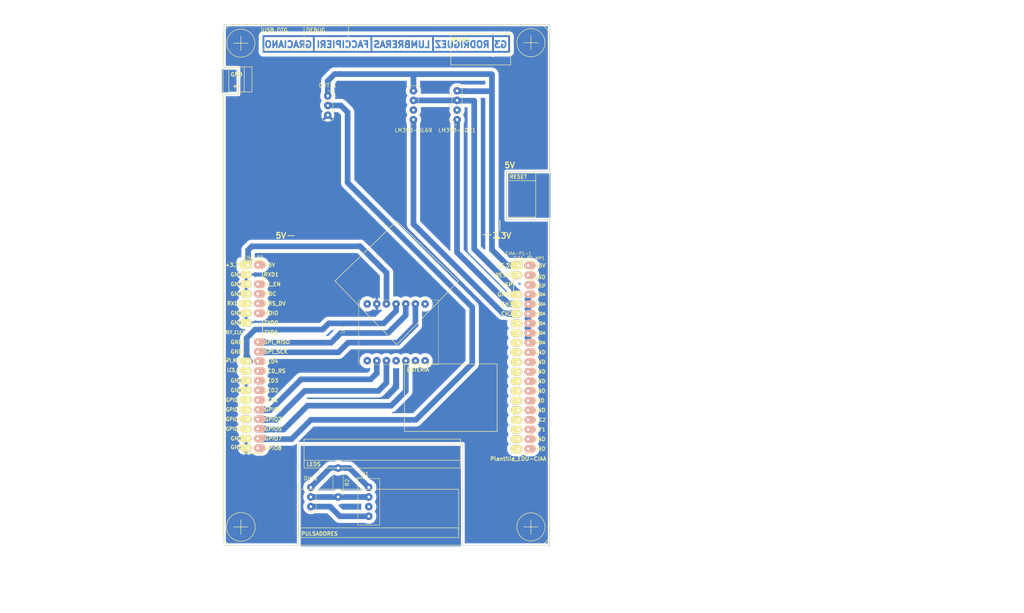
<source format=kicad_pcb>
(kicad_pcb (version 20241229) (generator "pcbnew") (generator_version "9.0")
  (title_block (title "Poncho Grande - Modelo - Ejemplo - Template") (date "2015-10-06") (rev "1.0") (company "Proyecto CIAA - COMPUTADORA INDUSTRIAL ABIERTA ARGENTINA") (comment 1 "https://github.com/ciaa/Ponchos/tree/master/modelos/doc") (comment 2 "Autores y Licencia del template (Diego Brengi - UNLaM)") (comment 3 "Autor del poncho (COMPLETAR NOMBRE Y APELLIDO). Ver directorio \"doc\"") (comment 4 "CÓDIGO PONCHO: "))
  (layers (0 "F.Cu" signal) (2 "B.Cu" signal) (13 "F.Paste" user) (15 "B.Paste" user) (5 "F.SilkS" user "F.Silkscreen") (7 "B.SilkS" user "B.Silkscreen") (1 "F.Mask" user) (3 "B.Mask" user) (25 "Edge.Cuts" user))
  (net 0 "")
  (net 1 "GND")
  (net 2 "GPIO7")
  (net 12 "ADC3")
  (net 13 "Alimentacion 5v")
  (net 21 "ADC2")
  (net 44 "Alimentacion 3.3v")
  (net 53 "GPIO3")
  (net 54 "GPIO1")
  (net 58 "SPI{slash}MOSI")
  (net 59 "SPI{slash}MISO")
  (net 61 "GPIO5")
  (net 62 "SPI{slash}SCK")
  (net 64 "Net-(U1-DATA)")
  (net 74 "Net-(U1-VDD)")
  (net 75 "unconnected-(U1-GND-Pad4)")
  (net 76 "GNDA")
  (footprint "Poncho_Esqueleto:Plantilla_EDU-CIAA" (layer "F.Cu") (at 151.13 88.9)
    (property "Reference" "MP1" (at 5.715 -1.905 0) (layer "F.SilkS") (effects (font (size 0.8 0.8) (thickness 0.12))))
    (property "Value" "Plantilla_EDU-CIAA" (at -0.03 50.9 0) (layer "F.SilkS") (effects (font (size 1.016 1.016) (thickness 0.2032))))
    (fp_line (start -77.724 -60.706) (end -77.724 -56.769) (stroke (width 0.15)) (layer "F.SilkS"))
    (fp_line (start -77.724 -1.27) (end -77.724 -56.769) (stroke (width 0.15)) (layer "F.SilkS"))
    (fp_line (start -77.724 49.276) (end -77.724 -1.27) (stroke (width 0.15)) (layer "F.SilkS"))
    (fp_line (start -77.724 49.403) (end -77.724 67.056) (stroke (width 0.15)) (layer "F.SilkS"))
    (fp_line (start -77.724 67.056) (end -77.724 70.104) (stroke (width 0.15)) (layer "F.SilkS"))
    (fp_line (start -77.724 70.612) (end -77.724 70.104) (stroke (width 0.15)) (layer "F.SilkS"))
    (fp_line (start -76.2 -52.324) (end -76.2 -45.72) (stroke (width 0.15)) (layer "F.SilkS"))
    (fp_line (start -76.2 -45.72) (end -72.136 -45.72) (stroke (width 0.15)) (layer "F.SilkS"))
    (fp_line (start -74.422 73.66) (end -74.93 73.66) (stroke (width 0.15)) (layer "F.SilkS"))
    (fp_line (start -73.025 -58.547) (end -74.93 -58.547) (stroke (width 0.15)) (layer "F.SilkS"))
    (fp_line (start -73.025 -58.547) (end -73.025 -60.452) (stroke (width 0.15)) (layer "F.SilkS"))
    (fp_line (start -73.025 -58.547) (end -73.025 -56.642) (stroke (width 0.15)) (layer "F.SilkS"))
    (fp_line (start -73.025 -58.547) (end -71.12 -58.547) (stroke (width 0.15)) (layer "F.SilkS"))
    (fp_line (start -73.025 68.834) (end -74.93 68.834) (stroke (width 0.15)) (layer "F.SilkS"))
    (fp_line (start -73.025 68.834) (end -73.025 66.929) (stroke (width 0.15)) (layer "F.SilkS"))
    (fp_line (start -73.025 68.834) (end -73.025 70.739) (stroke (width 0.15)) (layer "F.SilkS"))
    (fp_line (start -73.025 68.834) (end -71.12 68.834) (stroke (width 0.15)) (layer "F.SilkS"))
    (fp_line (start -73.025 73.66) (end -74.422 73.66) (stroke (width 0.15)) (layer "F.SilkS"))
    (fp_line (start -72.39 -1.27) (end -67.31 -1.27) (stroke (width 0.15)) (layer "F.SilkS"))
    (fp_line (start -72.39 0) (end -72.39 -1.27) (stroke (width 0.15)) (layer "F.SilkS"))
    (fp_line (start -72.39 49.53) (end -72.39 0) (stroke (width 0.15)) (layer "F.SilkS"))
    (fp_line (start -72.263 -63.373) (end -74.295 -63.373) (stroke (width 0.15)) (layer "F.SilkS"))
    (fp_line (start -72.136 -52.324) (end -76.2 -52.324) (stroke (width 0.15)) (layer "F.SilkS"))
    (fp_line (start -72.136 -45.72) (end -72.136 -52.324) (stroke (width 0.15)) (layer "F.SilkS"))
    (fp_line (start -72.136 -45.72) (end -70.104 -45.72) (stroke (width 0.15)) (layer "F.SilkS"))
    (fp_line (start -70.104 -52.324) (end -72.136 -52.324) (stroke (width 0.15)) (layer "F.SilkS"))
    (fp_line (start -70.104 -45.72) (end -70.104 -52.324) (stroke (width 0.15)) (layer "F.SilkS"))
    (fp_line (start -67.564 -62.992) (end -67.564 -63.5) (stroke (width 0.15)) (layer "F.SilkS"))
    (fp_line (start -67.564 -56.896) (end -67.564 -62.992) (stroke (width 0.15)) (layer "F.SilkS"))
    (fp_line (start -67.564 -56.896) (end -59.436 -56.896) (stroke (width 0.15)) (layer "F.SilkS"))
    (fp_line (start -67.31 -1.27) (end -67.31 49.53) (stroke (width 0.15)) (layer "F.SilkS"))
    (fp_line (start -67.31 49.53) (end -72.39 49.53) (stroke (width 0.15)) (layer "F.SilkS"))
    (fp_line (start -57.912 58.928) (end -57.912 69.596) (stroke (width 0.15)) (layer "F.SilkS"))
    (fp_line (start -57.912 69.088) (end -15.748 69.088) (stroke (width 0.15)) (layer "F.SilkS"))
    (fp_line (start -57.912 71.628) (end -57.912 69.088) (stroke (width 0.15)) (layer "F.SilkS"))
    (fp_line (start -57.912 71.628) (end -15.748 71.628) (stroke (width 0.15)) (layer "F.SilkS"))
    (fp_line (start -56.388 -56.896) (end -56.388 -63.5) (stroke (width 0.15)) (layer "F.SilkS"))
    (fp_line (start -56.388 45.72) (end -56.388 51.308) (stroke (width 0.15)) (layer "F.SilkS"))
    (fp_line (start -56.388 51.308) (end -15.24 51.308) (stroke (width 0.15)) (layer "F.SilkS"))
    (fp_line (start -56.388 53.34) (end -56.388 51.308) (stroke (width 0.15)) (layer "F.SilkS"))
    (fp_line (start -56.388 53.34) (end -15.24 53.34) (stroke (width 0.15)) (layer "F.SilkS"))
    (fp_line (start -48.26 4.064) (end -32.004 -11.684) (stroke (width 0.15)) (layer "F.SilkS"))
    (fp_line (start -44.704 -62.992) (end -44.704 -63.5) (stroke (width 0.15)) (layer "F.SilkS"))
    (fp_line (start -44.704 -62.992) (end -44.704 -56.896) (stroke (width 0.15)) (layer "F.SilkS"))
    (fp_line (start -44.704 -56.896) (end -59.436 -56.896) (stroke (width 0.15)) (layer "F.SilkS"))
    (fp_line (start -32.004 -11.684) (end -15.748 4.064) (stroke (width 0.15)) (layer "F.SilkS"))
    (fp_line (start -32.004 20.828) (end -48.26 4.064) (stroke (width 0.15)) (layer "F.SilkS"))
    (fp_line (start -29.972 25.908) (end -29.972 43.688) (stroke (width 0.15)) (layer "F.SilkS"))
    (fp_line (start -29.972 43.688) (end -5.588 43.688) (stroke (width 0.15)) (layer "F.SilkS"))
    (fp_line (start -17.78 -60.96) (end -17.78 -52.832) (stroke (width 0.15)) (layer "F.SilkS"))
    (fp_line (start -17.78 -52.832) (end -2.032 -52.832) (stroke (width 0.15)) (layer "F.SilkS"))
    (fp_line (start -15.748 4.064) (end -32.004 20.828) (stroke (width 0.15)) (layer "F.SilkS"))
    (fp_line (start -15.748 58.928) (end -57.912 58.928) (stroke (width 0.15)) (layer "F.SilkS"))
    (fp_line (start -15.748 69.596) (end -15.748 58.928) (stroke (width 0.15)) (layer "F.SilkS"))
    (fp_line (start -15.748 71.628) (end -15.748 69.088) (stroke (width 0.15)) (layer "F.SilkS"))
    (fp_line (start -15.24 45.72) (end -56.388 45.72) (stroke (width 0.15)) (layer "F.SilkS"))
    (fp_line (start -15.24 51.308) (end -15.24 45.72) (stroke (width 0.15)) (layer "F.SilkS"))
    (fp_line (start -15.24 53.34) (end -15.24 51.308) (stroke (width 0.15)) (layer "F.SilkS"))
    (fp_line (start -8.636 -63.373) (end -72.136 -63.373) (stroke (width 0.15)) (layer "F.SilkS"))
    (fp_line (start -5.588 25.908) (end -29.972 25.908) (stroke (width 0.15)) (layer "F.SilkS"))
    (fp_line (start -5.588 43.688) (end -5.588 25.908) (stroke (width 0.15)) (layer "F.SilkS"))
    (fp_line (start -3.048 -24.384) (end -3.048 -12.7) (stroke (width 0.15)) (layer "F.SilkS"))
    (fp_line (start -3.048 -12.7) (end 4.572 -12.7) (stroke (width 0.15)) (layer "F.SilkS"))
    (fp_line (start -2.032 -60.96) (end -17.78 -60.96) (stroke (width 0.15)) (layer "F.SilkS"))
    (fp_line (start -2.032 -52.832) (end -2.032 -60.96) (stroke (width 0.15)) (layer "F.SilkS"))
    (fp_line (start -1.27 49.53) (end -1.27 -1.27) (stroke (width 0.15)) (layer "F.SilkS"))
    (fp_line (start 0 -63.373) (end -8.636 -63.373) (stroke (width 0.15)) (layer "F.SilkS"))
    (fp_line (start 0 -63.373) (end 3.937 -63.373) (stroke (width 0.15)) (layer "F.SilkS"))
    (fp_line (start 3.302 -58.674) (end 1.397 -58.674) (stroke (width 0.15)) (layer "F.SilkS"))
    (fp_line (start 3.302 -58.674) (end 3.302 -60.579) (stroke (width 0.15)) (layer "F.SilkS"))
    (fp_line (start 3.302 -58.674) (end 3.302 -56.769) (stroke (width 0.15)) (layer "F.SilkS"))
    (fp_line (start 3.302 -58.674) (end 5.207 -58.674) (stroke (width 0.15)) (layer "F.SilkS"))
    (fp_line (start 3.302 68.834) (end 1.397 68.834) (stroke (width 0.15)) (layer "F.SilkS"))
    (fp_line (start 3.302 68.834) (end 3.302 66.929) (stroke (width 0.15)) (layer "F.SilkS"))
    (fp_line (start 3.302 68.834) (end 3.302 70.739) (stroke (width 0.15)) (layer "F.SilkS"))
    (fp_line (start 3.302 68.834) (end 5.207 68.834) (stroke (width 0.15)) (layer "F.SilkS"))
    (fp_line (start 3.302 73.66) (end -73.025 73.66) (stroke (width 0.15)) (layer "F.SilkS"))
    (fp_line (start 3.302 73.66) (end 5.207 73.66) (stroke (width 0.15)) (layer "F.SilkS"))
    (fp_line (start 3.81 -1.27) (end -1.27 -1.27) (stroke (width 0.15)) (layer "F.SilkS"))
    (fp_line (start 3.81 49.53) (end -1.27 49.53) (stroke (width 0.15)) (layer "F.SilkS"))
    (fp_line (start 3.81 49.53) (end 3.81 -1.27) (stroke (width 0.15)) (layer "F.SilkS"))
    (fp_line (start 3.937 -63.373) (end 4.826 -63.373) (stroke (width 0.15)) (layer "F.SilkS"))
    (fp_line (start 4.572 -24.384) (end -3.048 -24.384) (stroke (width 0.15)) (layer "F.SilkS"))
    (fp_line (start 4.572 -22.352) (end -3.048 -22.352) (stroke (width 0.15)) (layer "F.SilkS"))
    (fp_line (start 4.572 -12.7) (end 4.572 -24.384) (stroke (width 0.15)) (layer "F.SilkS"))
    (fp_line (start 5.461 -63.373) (end 4.826 -63.373) (stroke (width 0.15)) (layer "F.SilkS"))
    (fp_line (start 8.128 -60.706) (end 8.128 -60.452) (stroke (width 0.15)) (layer "F.SilkS"))
    (fp_line (start 8.128 -60.579) (end 8.128 -60.706) (stroke (width 0.15)) (layer "F.SilkS"))
    (fp_line (start 8.128 -58.293) (end 8.128 -60.579) (stroke (width 0.15)) (layer "F.SilkS"))
    (fp_line (start 8.128 -55.499) (end 8.128 -58.293) (stroke (width 0.15)) (layer "F.SilkS"))
    (fp_line (start 8.128 -48.26) (end 8.128 -55.499) (stroke (width 0.15)) (layer "F.SilkS"))
    (fp_line (start 8.128 -27.432) (end 8.128 -48.26) (stroke (width 0.15)) (layer "F.SilkS"))
    (fp_line (start 8.128 -10.16) (end 8.128 -27.432) (stroke (width 0.15)) (layer "F.SilkS"))
    (fp_line (start 8.128 -1.27) (end 8.128 -10.16) (stroke (width 0.15)) (layer "F.SilkS"))
    (fp_line (start 8.128 0) (end 8.128 -1.27) (stroke (width 0.15)) (layer "F.SilkS"))
    (fp_line (start 8.128 0) (end 8.128 49.53) (stroke (width 0.15)) (layer "F.SilkS"))
    (fp_line (start 8.128 49.403) (end 8.128 66.802) (stroke (width 0.15)) (layer "F.SilkS"))
    (fp_line (start 8.128 66.802) (end 8.128 70.485) (stroke (width 0.15)) (layer "F.SilkS"))
    (fp_arc (start -77.724 -60.706) (mid -76.561854 -62.749669) (end -74.295 -63.373) (stroke (width 0.15)) (layer "F.SilkS"))
    (fp_arc (start -74.93 73.66) (mid -76.958261 72.714656) (end -77.724 70.612) (stroke (width 0.15)) (layer "F.SilkS"))
    (fp_arc (start 5.207 -63.373) (mid 7.272459 -62.517459) (end 8.128 -60.452) (stroke (width 0.15)) (layer "F.SilkS"))
    (fp_arc (start 8.128 70.485) (mid 7.325064 72.677459) (end 5.207 73.66) (stroke (width 0.15)) (layer "F.SilkS"))
    (fp_circle (center -73.025 -58.547) (end -69.469 -59.563) (stroke (width 0.15)) (fill no) (layer "F.SilkS"))
    (fp_circle (center -73.025 68.834) (end -72.136 65.151) (stroke (width 0.15)) (fill no) (layer "F.SilkS"))
    (fp_circle (center 0 0) (end 0.508 0) (stroke (width 0.15)) (fill no) (layer "F.SilkS"))
    (fp_circle (center 3.302 -58.674) (end 6.731 -57.277) (stroke (width 0.15)) (fill no) (layer "F.SilkS"))
    (fp_circle (center 3.302 68.834) (end 6.858 69.85) (stroke (width 0.15)) (fill no) (layer "F.SilkS"))
    (fp_text user "+V" (at -74.168 -47.244 0) (layer "F.SilkS") (effects (font (thickness 0.2))))
    (fp_text user "RS485" (at -15.24 -59.436 0) (layer "F.SilkS") (effects (font (thickness 0.2))))
    (fp_text user "PULSADORES" (at -52.324 70.612 0) (layer "F.SilkS") (effects (font (thickness 0.2))))
    (fp_text user "LEDS" (at -53.848 52.324 0) (layer "F.SilkS") (effects (font (thickness 0.2))))
    (fp_text user "DEBUG" (at -53.34 -61.976 0) (layer "F.SilkS") (effects (font (thickness 0.2))))
    (fp_text user "BATERIA" (at -26.416 27.432 0) (layer "F.SilkS") (effects (font (thickness 0.2))))
    (fp_text user "USB OTG" (at -64.008 -61.976 0) (layer "F.SilkS") (effects (font (thickness 0.2))))
    (fp_text user "RESET" (at 0 -23.368 0) (layer "F.SilkS") (effects (font (thickness 0.2))))
    (fp_text user "GND" (at -74.168 -50.292 0) (layer "F.SilkS") (effects (font (thickness 0.2))))
  )
  (footprint "Connector_PinHeader_2.54mm:PinHeader_1x03_P2.54mm_Vertical" (layer "F.Cu") (at 96.52 147.32)
    (property "Reference" "DHT1" (at 0 -2.38 0) (layer "F.SilkS"))
    (property "Value" "Conn_01x03")
    (fp_line (start -1.38 -1.38) (end 0 -1.38) (stroke (width 0.12)) (layer "F.SilkS"))
    (fp_line (start -1.38 0) (end -1.38 -1.38) (stroke (width 0.12)) (layer "F.SilkS"))
    (fp_line (start -1.38 1.27) (end -1.38 6.46) (stroke (width 0.12)) (layer "F.SilkS"))
    (fp_line (start -1.38 1.27) (end 1.38 1.27) (stroke (width 0.12)) (layer "F.SilkS"))
    (fp_line (start -1.38 6.46) (end 1.38 6.46) (stroke (width 0.12)) (layer "F.SilkS"))
    (fp_line (start 1.38 1.27) (end 1.38 6.46) (stroke (width 0.12)) (layer "F.SilkS"))
    (pad "1" thru_hole circle (at 0 0) (size 2 2) (drill 0.7) (layers "*.Cu" "*.Mask") (net 74 "Net-(U1-VDD)"))
    (pad "2" thru_hole circle (at 0 2.54) (size 2 2) (drill 0.7) (layers "*.Cu" "*.Mask") (net 64 "Net-(U1-DATA)"))
    (pad "3" thru_hole circle (at 0 5.08) (size 2 2) (drill 0.7) (layers "*.Cu" "*.Mask") (net 75 "unconnected-(U1-GND-Pad4)"))
  )
  (footprint "Connector_PinSocket_2.54mm:PinSocket_1x04_P2.54mm_Vertical" (layer "F.Cu") (at 135 50.5 180)
    (property "Reference" "LM393-LDR1" (at 0 -2.77 180) (layer "F.SilkS"))
    (property "Value" "Conn_01x04")
    (fp_line (start 1.33 1.27) (end 1.33 8.95) (stroke (width 0.12)) (layer "F.SilkS"))
    (fp_line (start 1.33 -1.33) (end 1.33 0) (stroke (width 0.12)) (layer "F.SilkS"))
    (fp_line (start 0 -1.33) (end 1.33 -1.33) (stroke (width 0.12)) (layer "F.SilkS"))
    (fp_line (start -1.33 8.95) (end 1.33 8.95) (stroke (width 0.12)) (layer "F.SilkS"))
    (fp_line (start -1.33 1.27) (end 1.33 1.27) (stroke (width 0.12)) (layer "F.SilkS"))
    (fp_line (start -1.33 1.27) (end -1.33 8.95) (stroke (width 0.12)) (layer "F.SilkS"))
    (pad "1" thru_hole circle (at 0 0 180) (size 2 2) (drill 0.7) (layers "*.Cu" "*.Mask") (net 12 "ADC3"))
    (pad "2" thru_hole circle (at 0 2.54 180) (size 2 2) (drill 0.7) (layers "*.Cu" "*.Mask"))
    (pad "3" thru_hole circle (at 0 5.08 180) (size 2 2) (drill 0.7) (layers "*.Cu" "*.Mask") (net 76 "GNDA"))
    (pad "4" thru_hole circle (at 0 7.62 180) (size 2 2) (drill 0.7) (layers "*.Cu" "*.Mask") (net 44 "Alimentacion 3.3v"))
  )
  (footprint "Library:Untitled" (layer "F.Cu") (at 99.22 105.99 90)
    (property "Reference" "U4" (at 0.15 5.69 90) (layer "F.SilkS") (effects (font (thickness 0.1))))
    (property "Value" "SX1262-XIAO")
    (fp_rect (start -9.01 9.87) (end 7.99 30.87) (stroke (width 0.1)) (fill no) (layer "F.SilkS"))
    (pad "1" thru_hole oval (at 6.98 12.15 90) (size 2 2) (drill 0.7) (layers "*.Cu" "*.Mask" "B.Adhes"))
    (pad "2" thru_hole oval (at 6.97 14.65 90) (size 2 2) (drill 0.7) (layers "*.Cu" "*.Mask") (net 1 "GND"))
    (pad "3" thru_hole oval (at 6.98 17.18 90) (size 2 2) (drill 0.7) (layers "*.Cu" "*.Mask") (net 44 "Alimentacion 3.3v"))
    (pad "4" thru_hole oval (at 6.97 19.73 90) (size 2 2) (drill 0.7) (layers "*.Cu" "*.Mask") (net 58 "SPI{slash}MOSI"))
    (pad "5" thru_hole oval (at 6.97 22.28 90) (size 2 2) (drill 0.7) (layers "*.Cu" "*.Mask") (net 59 "SPI{slash}MISO"))
    (pad "6" thru_hole oval (at 6.96 24.82 90) (size 2 2) (drill 0.7) (layers "*.Cu" "*.Mask") (net 62 "SPI{slash}SCK"))
    (pad "7" thru_hole oval (at 6.95 27.36 90) (size 2 2) (drill 0.7) (layers "*.Cu" "*.Mask"))
    (pad "8" thru_hole oval (at -7.98 12.16 90) (size 2 2) (drill 0.7) (layers "*.Cu" "*.Mask"))
    (pad "9" thru_hole oval (at -7.99 14.66 90) (size 2 2) (drill 0.7) (layers "*.Cu" "*.Mask") (net 54 "GPIO1"))
    (pad "10" thru_hole oval (at -7.98 17.19 90) (size 2 2) (drill 0.7) (layers "*.Cu" "*.Mask") (net 53 "GPIO3"))
    (pad "11" thru_hole oval (at -7.99 19.74 90) (size 2 2) (drill 0.7) (layers "*.Cu" "*.Mask"))
    (pad "12" thru_hole oval (at -7.99 22.29 90) (size 2 2) (drill 0.7) (layers "*.Cu" "*.Mask") (net 61 "GPIO5"))
    (pad "13" thru_hole oval (at -8 24.83 90) (size 2 2) (drill 0.7) (layers "*.Cu" "*.Mask"))
    (pad "14" thru_hole oval (at -8.01 27.37 90) (size 2 2) (drill 0.7) (layers "*.Cu" "*.Mask"))
  )
  (footprint "Resistor_THT:R_Axial_DIN0207_L6.3mm_D2.5mm_P7.62mm_Horizontal" (layer "F.Cu") (at 103.705 142.24 -90)
    (property "Reference" "R2" (at 3.81 -2.37 90) (layer "F.SilkS"))
    (property "Value" "4700")
    (fp_line (start 0.54 1.37) (end 7.08 1.37) (stroke (width 0.12)) (layer "F.SilkS"))
    (fp_line (start 7.08 1.37) (end 7.08 1.04) (stroke (width 0.12)) (layer "F.SilkS"))
    (fp_line (start 0.54 1.04) (end 0.54 1.37) (stroke (width 0.12)) (layer "F.SilkS"))
    (fp_line (start 0.54 -1.04) (end 0.54 -1.37) (stroke (width 0.12)) (layer "F.SilkS"))
    (fp_line (start 0.54 -1.37) (end 7.08 -1.37) (stroke (width 0.12)) (layer "F.SilkS"))
    (fp_line (start 7.08 -1.37) (end 7.08 -1.04) (stroke (width 0.12)) (layer "F.SilkS"))
    (pad "1" thru_hole circle (at 0 0 270) (size 2 2) (drill 0.7) (layers "*.Cu" "*.Mask") (net 74 "Net-(U1-VDD)"))
    (pad "2" thru_hole circle (at 7.62 0 270) (size 2 2) (drill 0.7) (layers "*.Cu" "*.Mask") (net 64 "Net-(U1-DATA)"))
  )
  (footprint "Sensor:Aosong_DHT11_5.5x12.0_P2.54mm" (layer "F.Cu") (at 111.76 147.32)
    (property "Reference" "U1" (at -1 -3.5 0) (layer "F.SilkS"))
    (property "Value" "DHT11")
    (fp_line (start -3.16 -2.6) (end -3.16 -0.6) (stroke (width 0.12)) (layer "F.SilkS"))
    (fp_line (start -3.16 -2.6) (end -1.55 -2.6) (stroke (width 0.12)) (layer "F.SilkS"))
    (fp_line (start -2.88 9.94) (end -2.88 -2.31) (stroke (width 0.12)) (layer "F.SilkS"))
    (fp_line (start -2.87 -2.32) (end 2.87 -2.32) (stroke (width 0.12)) (layer "F.SilkS"))
    (fp_line (start 2.88 -2.32) (end 2.88 9.94) (stroke (width 0.12)) (layer "F.SilkS"))
    (fp_line (start 2.88 9.94) (end -2.88 9.94) (stroke (width 0.12)) (layer "F.SilkS"))
    (pad "1" thru_hole circle (at 0 0) (size 2 2) (drill 0.7) (layers "*.Cu" "*.Mask") (net 74 "Net-(U1-VDD)"))
    (pad "2" thru_hole circle (at 0 2.54) (size 2 2) (drill 0.7) (layers "*.Cu" "*.Mask") (net 64 "Net-(U1-DATA)"))
    (pad "3" thru_hole circle (at 0 5.08) (size 2 2) (drill 0.7) (layers "*.Cu" "*.Mask"))
    (pad "4" thru_hole circle (at 0 7.62) (size 2 2) (drill 0.7) (layers "*.Cu" "*.Mask") (net 75 "unconnected-(U1-GND-Pad4)"))
  )
  (footprint "HuellasPersonales:P2Ciaa" (layer "F.Cu") (at 81.54 88.06)
    (property "Reference" "CIAA-P2-1" (hide yes))
    (property "Value" "Conn_02x20_Odd_Even" (hide yes))
    (fp_line (start -2.81 -0.59) (end 2.27 -0.59) (stroke (width 0.15)) (layer "F.SilkS"))
    (fp_line (start -2.81 0.68) (end -2.81 -0.59) (stroke (width 0.15)) (layer "F.SilkS"))
    (fp_line (start -2.81 50.21) (end -2.81 0.68) (stroke (width 0.15)) (layer "F.SilkS"))
    (fp_line (start 2.27 -0.59) (end 2.27 50.21) (stroke (width 0.15)) (layer "F.SilkS"))
    (fp_line (start 2.27 50.21) (end -2.81 50.21) (stroke (width 0.15)) (layer "F.SilkS"))
    (fp_text user "GND" (at -4.588 48.686 0) (layer "F.SilkS") (effects (font (thickness 0.2))))
    (fp_text user "+3.3V" (at -5.35 0.68 0) (layer "F.SilkS") (effects (font (thickness 0.2))))
    (fp_text user "SPI_MISO" (at 6.08 21 0) (layer "F.SilkS") (effects (font (thickness 0.2))))
    (fp_text user "MDC" (at 4.302 8.3 0) (layer "F.SilkS") (effects (font (thickness 0.2))))
    (fp_text user "GPIO1" (at 5.064 38.78 0) (layer "F.SilkS") (effects (font (thickness 0.2))))
    (fp_text user "GPIO7" (at 5.064 46.4 0) (layer "F.SilkS") (effects (font (thickness 0.2))))
    (fp_text user "LCD_EN" (at -5.096 28.366 0) (layer "F.SilkS") (effects (font (size 1 0.7) (thickness 0.17))))
    (fp_text user "TX_EN" (at 4.81 5.76 0) (layer "F.SilkS") (effects (font (thickness 0.2))))
    (fp_text user "LCD3" (at 4.556 31.16 0) (layer "F.SilkS") (effects (font (thickness 0.2))))
    (fp_text user "GPIO3" (at 5.064 41.32 0) (layer "F.SilkS") (effects (font (thickness 0.2))))
    (fp_text user "RXD1" (at 4.556 3.22 0) (layer "F.SilkS") (effects (font (thickness 0.2))))
    (fp_text user "LCD_RS" (at 5.572 28.62 0) (layer "F.SilkS") (effects (font (thickness 0.2))))
    (fp_text user "GND" (at -4.588 46.4 0) (layer "F.SilkS") (effects (font (thickness 0.2))))
    (fp_text user "GND" (at -4.588 21 0) (layer "F.SilkS") (effects (font (thickness 0.2))))
    (fp_text user "LCD4" (at 4.556 26.08 0) (layer "F.SilkS") (effects (font (thickness 0.2))))
    (fp_text user "CRS_DV" (at 5.572 10.84 0) (layer "F.SilkS") (effects (font (thickness 0.2))))
    (fp_text user "TXD0" (at 4.556 15.92 0) (layer "F.SilkS") (effects (font (thickness 0.2))))
    (fp_text user "LCD2" (at 4.556 33.7 0) (layer "F.SilkS") (effects (font (thickness 0.2))))
    (fp_text user "SPI_MOSI" (at -5.35 25.826 0) (layer "F.SilkS") (effects (font (size 1 0.7) (thickness 0.17))))
    (fp_text user "GPIO5" (at 5.064 43.86 0) (layer "F.SilkS") (effects (font (thickness 0.2))))
    (fp_text user "GPIO0" (at -5.35 36.24 0) (layer "F.SilkS") (effects (font (size 1 0.9) (thickness 0.2))))
    (fp_text user "RXD0" (at -5.096 10.84 0) (layer "F.SilkS") (effects (font (thickness 0.2))))
    (fp_text user "CIAA-P2" (at -0.21 -1.29 0) (layer "F.SilkS") (effects (font (size 0.8 0.8) (thickness 0.12))))
    (fp_text user "GPIO2" (at -5.35 38.78 0) (layer "F.SilkS") (effects (font (size 1 0.9) (thickness 0.2))))
    (fp_text user "GND" (at -4.588 3.22 0) (layer "F.SilkS") (effects (font (thickness 0.2))))
    (fp_text user "GND" (at -4.588 31.16 0) (layer "F.SilkS") (effects (font (thickness 0.2))))
    (fp_text user "GND" (at -4.588 8.3 0) (layer "F.SilkS") (effects (font (thickness 0.2))))
    (fp_text user "GND" (at -4.588 5.76 0) (layer "F.SilkS") (effects (font (thickness 0.2))))
    (fp_text user "GPIO8" (at 5.064 48.94 0) (layer "F.SilkS") (effects (font (thickness 0.2))))
    (fp_text user "GND" (at -4.588 33.7 0) (layer "F.SilkS") (effects (font (thickness 0.2))))
    (fp_text user "GND" (at -4.588 15.92 0) (layer "F.SilkS") (effects (font (thickness 0.2))))
    (fp_text user "MDIO" (at 4.556 13.38 0) (layer "F.SilkS") (effects (font (thickness 0.2))))
    (fp_text user "+5V" (at 4.048 0.68 0) (layer "F.SilkS") (effects (font (thickness 0.2))))
    (fp_text user "LCD1" (at 4.556 36.24 0) (layer "F.SilkS") (effects (font (thickness 0.2))))
    (fp_text user "GND" (at -4.588 23.54 0) (layer "F.SilkS") (effects (font (thickness 0.2))))
    (fp_text user "GND" (at -4.588 13.38 0) (layer "F.SilkS") (effects (font (thickness 0.2))))
    (fp_text user "SPI_SCK" (at 5.826 23.54 0) (layer "F.SilkS") (effects (font (thickness 0.2))))
    (fp_text user "GPIO6" (at -5.35 43.86 0) (layer "F.SilkS") (effects (font (size 1 0.9) (thickness 0.2))))
    (fp_text user "REF_CLK" (at -5.35 18.46 0) (layer "F.SilkS") (effects (font (size 0.9 0.7) (thickness 0.175))))
    (fp_text user "GPIO4" (at -5.35 41.32 0) (layer "F.SilkS") (effects (font (size 1 0.9) (thickness 0.2))))
    (fp_text user "TXD1" (at 4.556 18.46 0) (layer "F.SilkS") (effects (font (thickness 0.2))))
    (pad "1" thru_hole rect (at -1.54 0.68 270) (size 2 3) (drill 0.7 (offset 0 0.5)) (layers "*.Cu" "*.Mask" "F.SilkS") (net 44 "Alimentacion 3.3v"))
    (pad "2" thru_hole oval (at 1 0.68 270) (size 2 3) (drill 0.7 (offset 0 -0.5)) (layers "*.Cu" "*.SilkS" "*.Mask"))
    (pad "3" thru_hole oval (at -1.54 3.22 270) (size 2 3) (drill 0.7 (offset 0 0.5)) (layers "*.Cu" "*.Mask" "F.SilkS") (net 1 "GND"))
    (pad "5" thru_hole oval (at -1.54 5.76 270) (size 2 3) (drill 0.7 (offset 0 0.5)) (layers "*.Cu" "*.Mask" "F.SilkS") (net 1 "GND"))
    (pad "6" thru_hole oval (at 1 5.76 270) (size 2 3) (drill 0.7 (offset 0 -0.5)) (layers "*.Cu" "*.SilkS" "*.Mask"))
    (pad "7" thru_hole oval (at -1.54 8.3 270) (size 2 3) (drill 0.7 (offset 0 0.5)) (layers "*.Cu" "*.Mask" "F.SilkS") (net 1 "GND"))
    (pad "8" thru_hole oval (at 1 8.3 270) (size 2 3) (drill 0.7 (offset 0 -0.5)) (layers "*.Cu" "*.SilkS" "*.Mask"))
    (pad "9" thru_hole oval (at -1.54 10.84 270) (size 2 3) (drill 0.7 (offset 0 0.5)) (layers "*.Cu" "*.Mask" "F.SilkS"))
    (pad "10" thru_hole oval (at 1 10.84 270) (size 2 3) (drill 0.7 (offset 0 -0.5)) (layers "*.Cu" "*.SilkS" "*.Mask"))
    (pad "11" thru_hole oval (at -1.54 13.38 270) (size 2 3) (drill 0.7 (offset 0 0.5)) (layers "*.Cu" "*.Mask" "F.SilkS") (net 1 "GND"))
    (pad "12" thru_hole oval (at 1 13.38 270) (size 2 3) (drill 0.7 (offset 0 -0.5)) (layers "*.Cu" "*.SilkS" "*.Mask"))
    (pad "13" thru_hole oval (at -1.54 15.92 270) (size 2 3) (drill 0.7 (offset 0 0.5)) (layers "*.Cu" "*.Mask" "F.SilkS") (net 1 "GND"))
    (pad "18" thru_hole oval (at 1 21 270) (size 2 3) (drill 0.7 (offset 0 -0.5)) (layers "*.Cu" "*.SilkS" "*.Mask") (net 59 "SPI{slash}MISO"))
    (pad "20" thru_hole oval (at 1 23.54 270) (size 2 3) (drill 0.7 (offset 0 -0.5)) (layers "*.Cu" "*.SilkS" "*.Mask") (net 62 "SPI{slash}SCK"))
    (pad "21" thru_hole oval (at -1.54 26.08 270) (size 2 3) (drill 0.7 (offset 0 0.5)) (layers "*.Cu" "*.Mask" "F.SilkS") (net 58 "SPI{slash}MOSI"))
    (pad "22" thru_hole oval (at 1 26.08 270) (size 2 3) (drill 0.7 (offset 0 -0.5)) (layers "*.Cu" "*.SilkS" "*.Mask"))
    (pad "23" thru_hole oval (at -1.54 28.62 270) (size 2 3) (drill 0.7 (offset 0 0.5)) (layers "*.Cu" "*.Mask" "F.SilkS"))
    (pad "24" thru_hole oval (at 1 28.62 270) (size 2 3) (drill 0.7 (offset 0 -0.5)) (layers "*.Cu" "*.SilkS" "*.Mask"))
    (pad "25" thru_hole oval (at -1.54 31.16 270) (size 2 3) (drill 0.7 (offset 0 0.5)) (layers "*.Cu" "*.Mask" "F.SilkS") (net 1 "GND"))
    (pad "26" thru_hole oval (at 1 31.16 270) (size 2 3) (drill 0.7 (offset 0 -0.5)) (layers "*.Cu" "*.SilkS" "*.Mask"))
    (pad "27" thru_hole oval (at -1.54 33.7 270) (size 2 3) (drill 0.7 (offset 0 0.5)) (layers "*.Cu" "*.Mask" "F.SilkS") (net 1 "GND"))
    (pad "28" thru_hole oval (at 1 33.7 270) (size 2 3) (drill 0.7 (offset 0 -0.5)) (layers "*.Cu" "*.SilkS" "*.Mask"))
    (pad "29" thru_hole oval (at -1.54 36.24 270) (size 2 3) (drill 0.7 (offset 0 0.5)) (layers "*.Cu" "*.Mask" "F.SilkS"))
    (pad "30" thru_hole oval (at 1 36.24 270) (size 2 3) (drill 0.7 (offset 0 -0.5)) (layers "*.Cu" "*.SilkS" "*.Mask"))
    (pad "31" thru_hole oval (at -1.54 38.78 270) (size 2 3) (drill 0.7 (offset 0 0.5)) (layers "*.Cu" "*.Mask" "F.SilkS"))
    (pad "32" thru_hole oval (at 1 38.78 270) (size 2 3) (drill 0.7 (offset 0 -0.5)) (layers "*.Cu" "*.SilkS" "*.Mask") (net 54 "GPIO1"))
    (pad "33" thru_hole oval (at -1.54 41.32 270) (size 2 3) (drill 0.7 (offset 0 0.5)) (layers "*.Cu" "*.Mask" "F.SilkS"))
    (pad "34" thru_hole oval (at 1 41.32 270) (size 2 3) (drill 0.7 (offset 0 -0.5)) (layers "*.Cu" "*.SilkS" "*.Mask") (net 53 "GPIO3"))
    (pad "35" thru_hole oval (at -1.54 43.86 270) (size 2 3) (drill 0.7 (offset 0 0.5)) (layers "*.Cu" "*.Mask" "F.SilkS"))
    (pad "36" thru_hole oval (at 1 43.86 270) (size 2 3) (drill 0.7 (offset 0 -0.5)) (layers "*.Cu" "*.SilkS" "*.Mask") (net 61 "GPIO5"))
    (pad "37" thru_hole oval (at -1.54 46.4 270) (size 2 3) (drill 0.7 (offset 0 0.5)) (layers "*.Cu" "*.Mask" "F.SilkS") (net 1 "GND"))
    (pad "38" thru_hole oval (at 1 46.4 270) (size 2 3) (drill 0.7 (offset 0 -0.5)) (layers "*.Cu" "*.SilkS" "*.Mask") (net 2 "GPIO7"))
    (pad "39" thru_hole oval (at -1.54 48.94 270) (size 2 3) (drill 0.7 (offset 0 0.5)) (layers "*.Cu" "*.Mask" "F.SilkS") (net 1 "GND"))
    (pad "40" thru_hole oval (at 1 48.94 270) (size 2 3) (drill 0.7 (offset 0 -0.5)) (layers "*.Cu" "*.SilkS" "*.Mask"))
  )
  (footprint "Connector_PinSocket_2.54mm:PinSocket_1x03_P2.54mm_Vertical" (layer "F.Cu") (at 100.98 44.23)
    (property "Reference" "DHT11" (at 0 -2.77 0) (layer "F.SilkS"))
    (property "Value" "Conn_01x03")
    (fp_line (start -1.33 1.27) (end -1.33 6.41) (stroke (width 0.12)) (layer "F.SilkS"))
    (fp_line (start -1.33 1.27) (end 1.33 1.27) (stroke (width 0.12)) (layer "F.SilkS"))
    (fp_line (start -1.33 6.41) (end 1.33 6.41) (stroke (width 0.12)) (layer "F.SilkS"))
    (fp_line (start 0 -1.33) (end 1.33 -1.33) (stroke (width 0.12)) (layer "F.SilkS"))
    (fp_line (start 1.33 -1.33) (end 1.33 0) (stroke (width 0.12)) (layer "F.SilkS"))
    (fp_line (start 1.33 1.27) (end 1.33 6.41) (stroke (width 0.12)) (layer "F.SilkS"))
    (pad "1" thru_hole circle (at 0 0) (size 2 2) (drill 0.7) (layers "*.Cu" "*.Mask") (net 44 "Alimentacion 3.3v"))
    (pad "2" thru_hole circle (at 0 2.54) (size 2 2) (drill 0.7) (layers "*.Cu" "*.Mask") (net 2 "GPIO7"))
    (pad "3" thru_hole circle (at 0 5.08) (size 2 2) (drill 0.7) (layers "*.Cu" "*.Mask") (net 1 "GND"))
  )
  (footprint "HuellasPersonales:P1Ciaa" (layer "F.Cu") (at 151.15 88.9)
    (property "Reference" "CIAA-P1-1" (at 0 -3.175 0) (layer "F.SilkS") (effects (font (size 0.8 0.8) (thickness 0.12))))
    (property "Value" "Conn_02x20_Odd_Even" (hide yes))
    (fp_line (start -1.27 49.53) (end -1.27 -1.27) (stroke (width 0.15)) (layer "F.SilkS"))
    (fp_line (start 3.81 -1.27) (end -1.27 -1.27) (stroke (width 0.15)) (layer "F.SilkS"))
    (fp_line (start 3.81 49.53) (end -1.27 49.53) (stroke (width 0.15)) (layer "F.SilkS"))
    (fp_line (start 3.81 49.53) (end 3.81 -1.27) (stroke (width 0.15)) (layer "F.SilkS"))
    (fp_text user "+5V" (at 5.588 0 0) (layer "F.SilkS") (effects (font (thickness 0.2))))
    (fp_text user "T_F1" (at 5.588 43.18 0) (layer "F.SilkS") (effects (font (size 0.9 0.9) (thickness 0.18))))
    (fp_text user "GND" (at 5.588 48.26 0) (layer "F.SilkS") (effects (font (thickness 0.2))))
    (fp_text user "GND" (at 5.334 35.56 0) (layer "F.SilkS") (effects (font (thickness 0.2))))
    (fp_text user "WAKEUP" (at 5.588 5.334 0) (layer "F.SilkS") (effects (font (size 1 0.5) (thickness 0.125))))
    (fp_text user "CH2" (at -3.048 12.7 0) (layer "F.SilkS") (effects (font (thickness 0.2))))
    (fp_text user "GND" (at 5.588 22.86 0) (layer "F.SilkS") (effects (font (thickness 0.2))))
    (fp_text user "CH3" (at -3.048 10.16 0) (layer "F.SilkS") (effects (font (thickness 0.2))))
    (fp_text user "T_C2" (at 5.588 40.64 0) (layer "F.SilkS") (effects (font (size 0.9 0.9) (thickness 0.18))))
    (fp_text user "GNDA" (at -3.556 7.62 0) (layer "F.SilkS") (effects (font (thickness 0.2))))
    (fp_text user "ISP" (at -2.794 5.08 0) (layer "F.SilkS") (effects (font (thickness 0.2))))
    (fp_text user "GNDA" (at 5.588 10.16 0) (layer "F.SilkS") (effects (font (size 0.76 0.76) (thickness 0.19))))
    (fp_text user "GND" (at 5.588 45.72 0) (layer "F.SilkS") (effects (font (thickness 0.2))))
    (fp_text user "CIAA-P1" (at 1.27 -2.032 0) (layer "F.SilkS") (effects (font (size 0.8 0.8) (thickness 0.12))))
    (fp_text user "GNDA" (at 5.588 17.78 0) (layer "F.SilkS") (effects (font (size 0.76 0.76) (thickness 0.19))))
    (fp_text user "GNDA" (at 5.588 15.24 0) (layer "F.SilkS") (effects (font (size 0.76 0.76) (thickness 0.19))))
    (fp_text user "GND" (at 5.588 25.4 0) (layer "F.SilkS") (effects (font (thickness 0.2))))
    (fp_text user "+3.3V" (at -3.81 0 0) (layer "F.SilkS") (effects (font (thickness 0.2))))
    (fp_text user "GND" (at 5.588 38.1 0) (layer "F.SilkS") (effects (font (thickness 0.2))))
    (fp_text user "GND" (at 5.588 27.94 0) (layer "F.SilkS") (effects (font (thickness 0.2))))
    (fp_text user "GND" (at 5.588 30.48 0) (layer "F.SilkS") (effects (font (thickness 0.2))))
    (fp_text user "GNDA" (at 5.588 7.62 0) (layer "F.SilkS") (effects (font (size 0.76 0.76) (thickness 0.19))))
    (fp_text user "GNDA" (at 5.588 12.7 0) (layer "F.SilkS") (effects (font (size 0.76 0.76) (thickness 0.19))))
    (fp_text user "GND" (at 5.588 33.02 0) (layer "F.SilkS") (effects (font (thickness 0.2))))
    (fp_text user "GNDA" (at 5.588 20.32 0) (layer "F.SilkS") (effects (font (size 0.76 0.76) (thickness 0.19))))
    (fp_text user "RESET" (at -3.81 2.54 0) (layer "F.SilkS") (effects (font (thickness 0.2))))
    (fp_text user "GND" (at 5.588 3.048 0) (layer "F.SilkS") (effects (font (thickness 0.2))))
    (pad "1" thru_hole rect (at 0 0 270) (size 2 3) (drill 0.7 (offset 0 0.5)) (layers "*.Cu" "*.Mask" "F.SilkS") (net 44 "Alimentacion 3.3v"))
    (pad "2" thru_hole oval (at 2.54 0 270) (size 2 3) (drill 0.7 (offset 0 -0.5)) (layers "*.Cu" "*.SilkS" "*.Mask") (net 13 "Alimentacion 5v"))
    (pad "3" thru_hole oval (at 0 2.54 270) (size 2 3) (drill 0.7 (offset 0 0.5)) (layers "*.Cu" "*.Mask" "F.SilkS"))
    (pad "4" thru_hole oval (at 2.54 2.54 270) (size 2 3) (drill 0.7 (offset 0 -0.5)) (layers "*.Cu" "*.SilkS" "*.Mask"))
    (pad "6" thru_hole oval (at 2.54 5.08 270) (size 2 3) (drill 0.7 (offset 0 -0.5)) (layers "*.Cu" "*.SilkS" "*.Mask"))
    (pad "7" thru_hole oval (at 0 7.62 270) (size 2 3) (drill 0.7 (offset 0 0.5)) (layers "*.Cu" "*.Mask" "F.SilkS") (net 76 "GNDA"))
    (pad "8" thru_hole oval (at 2.54 7.62 270) (size 2 3) (drill 0.7 (offset 0 -0.5)) (layers "*.Cu" "*.SilkS" "*.Mask"))
    (pad "9" thru_hole oval (at 0 10.16 270) (size 2 3) (drill 0.7 (offset 0 0.5)) (layers "*.Cu" "*.Mask" "F.SilkS") (net 12 "ADC3"))
    (pad "10" thru_hole oval (at 2.54 10.16 270) (size 2 3) (drill 0.7 (offset 0 -0.5)) (layers "*.Cu" "*.SilkS" "*.Mask"))
    (pad "11" thru_hole oval (at 0 12.7 270) (size 2 3) (drill 0.7 (offset 0 0.5)) (layers "*.Cu" "*.Mask" "F.SilkS") (net 21 "ADC2"))
    (pad "12" thru_hole oval (at 2.54 12.7 270) (size 2 3) (drill 0.7 (offset 0 -0.5)) (layers "*.Cu" "*.SilkS" "*.Mask"))
    (pad "13" thru_hole oval (at 0 15.24 270) (size 2 3) (drill 0.7 (offset 0 0.5)) (layers "*.Cu" "*.Mask" "F.SilkS"))
    (pad "14" thru_hole oval (at 2.54 15.24 270) (size 2 3) (drill 0.7 (offset 0 -0.5)) (layers "*.Cu" "*.SilkS" "*.Mask"))
    (pad "15" thru_hole oval (at 0 17.78 270) (size 2 3) (drill 0.7 (offset 0 0.5)) (layers "*.Cu" "*.Mask" "F.SilkS"))
    (pad "16" thru_hole oval (at 2.54 17.78 270) (size 2 3) (drill 0.7 (offset 0 -0.5)) (layers "*.Cu" "*.SilkS" "*.Mask"))
    (pad "17" thru_hole oval (at 0 20.32 270) (size 2 3) (drill 0.7 (offset 0 0.5)) (layers "*.Cu" "*.Mask" "F.SilkS"))
    (pad "18" thru_hole oval (at 2.54 20.32 270) (size 2 3) (drill 0.7 (offset 0 -0.5)) (layers "*.Cu" "*.SilkS" "*.Mask"))
    (pad "19" thru_hole oval (at 0 22.86 270) (size 2 3) (drill 0.7 (offset 0 0.5)) (layers "*.Cu" "*.Mask" "F.SilkS"))
    (pad "20" thru_hole oval (at 2.54 22.86 270) (size 2 3) (drill 0.7 (offset 0 -0.5)) (layers "*.Cu" "*.SilkS" "*.Mask"))
    (pad "21" thru_hole oval (at 0 25.4 270) (size 2 3) (drill 0.7 (offset 0 0.5)) (layers "*.Cu" "*.Mask" "F.SilkS"))
    (pad "22" thru_hole oval (at 2.54 25.4 270) (size 2 3) (drill 0.7 (offset 0 -0.5)) (layers "*.Cu" "*.SilkS" "*.Mask"))
    (pad "23" thru_hole oval (at 0 27.94 270) (size 2 3) (drill 0.7 (offset 0 0.5)) (layers "*.Cu" "*.Mask" "F.SilkS"))
    (pad "24" thru_hole oval (at 2.54 27.94 270) (size 2 3) (drill 0.7 (offset 0 -0.5)) (layers "*.Cu" "*.SilkS" "*.Mask"))
    (pad "25" thru_hole oval (at 0 30.48 270) (size 2 3) (drill 0.7 (offset 0 0.5)) (layers "*.Cu" "*.Mask" "F.SilkS"))
    (pad "26" thru_hole oval (at 2.54 30.48 270) (size 2 3) (drill 0.7 (offset 0 -0.5)) (layers "*.Cu" "*.SilkS" "*.Mask"))
    (pad "27" thru_hole oval (at 0 33.02 270) (size 2 3) (drill 0.7 (offset 0 0.5)) (layers "*.Cu" "*.Mask" "F.SilkS"))
    (pad "28" thru_hole oval (at 2.54 33.02 270) (size 2 3) (drill 0.7 (offset 0 -0.5)) (layers "*.Cu" "*.SilkS" "*.Mask"))
    (pad "29" thru_hole oval (at 0 35.56 270) (size 2 3) (drill 0.7 (offset 0 0.5)) (layers "*.Cu" "*.Mask" "F.SilkS"))
    (pad "30" thru_hole oval (at 2.54 35.56 270) (size 2 3) (drill 0.7 (offset 0 -0.5)) (layers "*.Cu" "*.SilkS" "*.Mask"))
    (pad "31" thru_hole oval (at 0 38.1 270) (size 2 3) (drill 0.7 (offset 0 0.5)) (layers "*.Cu" "*.Mask" "F.SilkS"))
    (pad "32" thru_hole oval (at 2.54 38.1 270) (size 2 3) (drill 0.7 (offset 0 -0.5)) (layers "*.Cu" "*.SilkS" "*.Mask"))
    (pad "33" thru_hole oval (at 0 40.64 270) (size 2 3) (drill 0.7 (offset 0 0.5)) (layers "*.Cu" "*.Mask" "F.SilkS"))
    (pad "34" thru_hole oval (at 2.54 40.64 270) (size 2 3) (drill 0.7 (offset 0 -0.5)) (layers "*.Cu" "*.SilkS" "*.Mask"))
    (pad "35" thru_hole oval (at 0 43.18 270) (size 2 3) (drill 0.7 (offset 0 0.5)) (layers "*.Cu" "*.Mask" "F.SilkS"))
    (pad "36" thru_hole oval (at 2.54 43.18 270) (size 2 3) (drill 0.7 (offset 0 -0.5)) (layers "*.Cu" "*.SilkS" "*.Mask"))
    (pad "37" thru_hole oval (at 0 45.72 270) (size 2 3) (drill 0.7 (offset 0 0.5)) (layers "*.Cu" "*.Mask" "F.SilkS"))
    (pad "38" thru_hole oval (at 2.54 45.72 270) (size 2 3) (drill 0.7 (offset 0 -0.5)) (layers "*.Cu" "*.SilkS" "*.Mask"))
    (pad "39" thru_hole oval (at 0 48.26 270) (size 2 3) (drill 0.7 (offset 0 0.5)) (layers "*.Cu" "*.Mask" "F.SilkS"))
    (pad "40" thru_hole oval (at 2.54 48.26 270) (size 2 3) (drill 0.7 (offset 0 -0.5)) (layers "*.Cu" "*.SilkS" "*.Mask"))
  )
  (footprint "Connector_PinSocket_2.54mm:PinSocket_1x04_P2.54mm_Vertical" (layer "F.Cu") (at 123.52 50.5 180)
    (property "Reference" "LM393-HL69" (at 0 -2.77 180) (layer "F.SilkS"))
    (property "Value" "Conn_01x04")
    (fp_line (start 1.33 1.27) (end 1.33 8.95) (stroke (width 0.12)) (layer "F.SilkS"))
    (fp_line (start 1.33 -1.33) (end 1.33 0) (stroke (width 0.12)) (layer "F.SilkS"))
    (fp_line (start 0 -1.33) (end 1.33 -1.33) (stroke (width 0.12)) (layer "F.SilkS"))
    (fp_line (start -1.33 8.95) (end 1.33 8.95) (stroke (width 0.12)) (layer "F.SilkS"))
    (fp_line (start -1.33 1.27) (end 1.33 1.27) (stroke (width 0.12)) (layer "F.SilkS"))
    (fp_line (start -1.33 1.27) (end -1.33 8.95) (stroke (width 0.12)) (layer "F.SilkS"))
    (pad "1" thru_hole circle (at 0 0 180) (size 2 2) (drill 0.7) (layers "*.Cu" "*.Mask") (net 21 "ADC2"))
    (pad "2" thru_hole circle (at 0 2.54 180) (size 2 2) (drill 0.7) (layers "*.Cu" "*.Mask"))
    (pad "3" thru_hole circle (at 0 5.08 180) (size 2 2) (drill 0.7) (layers "*.Cu" "*.Mask") (net 76 "GNDA"))
    (pad "4" thru_hole circle (at 0 7.62 180) (size 2 2) (drill 0.7) (layers "*.Cu" "*.Mask") (net 44 "Alimentacion 3.3v"))
  )
  (gr_line (start 112.44 28.5) (end 112.48 32.6) (stroke (width 0.5)) (layer "B.Cu"))
  (gr_line (start 97.3 28.45) (end 97.32 32.63) (stroke (width 0.5)) (layer "B.Cu"))
  (gr_line (start 144.44 28.46) (end 144.48 32.71) (stroke (width 0.5)) (layer "B.Cu"))
  (gr_line (start 128.64 28.46) (end 128.69 32.6) (stroke (width 0.5)) (layer "B.Cu"))
  (gr_rect (start 84.06 28.49) (end 148.68 32.62) (stroke (width 0.5)) (fill no) (layer "B.Cu"))
  (gr_line (start 146.304 76.962) (end 146.304 79.756) (stroke (width 0.2)) (layer "F.SilkS"))
  (gr_line (start 141.732 80.772) (end 144.018 80.772) (stroke (width 0.2)) (layer "F.SilkS"))
  (gr_line (start 91.186 81.026) (end 92.202 81.026) (stroke (width 0.2)) (layer "F.SilkS"))
  (gr_line (start 91.186 81.026) (end 90.424 81.026) (stroke (width 0.2)) (layer "F.SilkS"))
  (gr_line (start 77.47 43.815) (end 76.2 43.815) (stroke (width 0.15)) (layer "Edge.Cuts"))
  (gr_line (start 73.66 25.4) (end 73.66 26.035) (stroke (width 0.15)) (layer "Edge.Cuts"))
  (gr_line (start 93.35 135.89) (end 136.52 135.89) (stroke (width 0.15)) (layer "Edge.Cuts"))
  (gr_line (start 159.385 25.4) (end 84.4 25.4) (stroke (width 0.15)) (layer "Edge.Cuts"))
  (gr_line (start 73.66 36.83) (end 76.2 36.83) (stroke (width 0.15)) (layer "Edge.Cuts"))
  (gr_line (start 147.955 64.135) (end 159.385 64.135) (stroke (width 0.15)) (layer "Edge.Cuts"))
  (gr_line (start 147.955 76.835) (end 147.955 64.135) (stroke (width 0.15)) (layer "Edge.Cuts"))
  (gr_line (start 73.66 162.56) (end 93.345 162.56) (stroke (width 0.15)) (layer "Edge.Cuts"))
  (gr_line (start 77.47 36.83) (end 77.47 43.815) (stroke (width 0.15)) (layer "Edge.Cuts"))
  (gr_line (start 159.385 64.135) (end 159.385 25.4) (stroke (width 0.15)) (layer "Edge.Cuts"))
  (gr_line (start 73.66 26.035) (end 73.66 36.83) (stroke (width 0.15)) (layer "Edge.Cuts"))
  (gr_line (start 84.455 25.4) (end 73.66 25.4) (stroke (width 0.15)) (layer "Edge.Cuts"))
  (gr_line (start 76.2 43.815) (end 73.66 43.815) (stroke (width 0.15)) (layer "Edge.Cuts"))
  (gr_line (start 93.345 162.56) (end 93.345 135.89) (stroke (width 0.15)) (layer "Edge.Cuts"))
  (gr_line (start 76.2 36.83) (end 77.47 36.83) (stroke (width 0.15)) (layer "Edge.Cuts"))
  (gr_line (start 73.66 43.815) (end 73.66 162.56) (stroke (width 0.15)) (layer "Edge.Cuts"))
  (gr_line (start 136.525 162.56) (end 159.385 162.56) (stroke (width 0.15)) (layer "Edge.Cuts"))
  (gr_line (start 159.385 76.835) (end 147.955 76.835) (stroke (width 0.15)) (layer "Edge.Cuts"))
  (gr_line (start 136.52 162.56) (end 136.52 135.89) (stroke (width 0.15)) (layer "Edge.Cuts"))
  (gr_line (start 159.385 162.56) (end 159.385 76.835) (stroke (width 0.15)) (layer "Edge.Cuts"))
  (gr_text "G3 RODRIGUEZ LUMBRERAS FACCIPIERI GRACIANO" (at 148.4 31.69 0) (layer "B.Cu") (effects (font (size 1.7 1.7) (thickness 0.425) (bold yes)) (justify left bottom mirror)))
  (gr_text "5V" (at 148.844 62.484 0) (layer "F.SilkS") (effects (font (size 1.5 1.5) (thickness 0.3))))
  (gr_text "3.3V" (at 146.812 81.026 0) (layer "F.SilkS") (effects (font (size 1.5 1.5) (thickness 0.3))))
  (gr_text "5V" (at 88.646 81.026 0) (layer "F.SilkS") (effects (font (size 1.5 1.5) (thickness 0.3))))
  (segment (start 153.67 104.14) (end 153.67 101.6) (width 1.5) (layer "B.Cu") (net 0))
  (segment (start 153.67 106.68) (end 153.67 104.14) (width 1.5) (layer "B.Cu") (net 0))
  (segment (start 153.67 99.06) (end 153.67 96.52) (width 1.5) (layer "B.Cu") (net 0))
  (segment (start 153.67 101.6) (end 153.67 99.06) (width 1.5) (layer "B.Cu") (net 0))
  (segment (start 153.67 109.22) (end 153.67 106.68) (width 1.5) (layer "B.Cu") (net 0))
  (segment (start 138.99 114.71) (end 138.99 99.87) (width 1.5) (layer "B.Cu") (net 2))
  (segment (start 106.21 48.54) (end 104.44 46.77) (width 1.5) (layer "B.Cu") (net 2))
  (segment (start 124.16 129.54) (end 138.99 114.71) (width 1.5) (layer "B.Cu") (net 2))
  (segment (start 91.44 134.62) (end 96.52 129.54) (width 1.5) (layer "B.Cu") (net 2))
  (segment (start 106.21 67.09) (end 106.21 48.54) (width 1.5) (layer "B.Cu") (net 2))
  (segment (start 82.55 134.62) (end 91.44 134.62) (width 1.5) (layer "B.Cu") (net 2))
  (segment (start 104.44 46.77) (end 100.98 46.77) (width 1.5) (layer "B.Cu") (net 2))
  (segment (start 138.99 99.87) (end 106.21 67.09) (width 1.5) (layer "B.Cu") (net 2))
  (segment (start 96.52 129.54) (end 124.16 129.54) (width 1.5) (layer "B.Cu") (net 2))
  (segment (start 135 85.46) (end 135 50.58) (width 1.5) (layer "B.Cu") (net 12))
  (segment (start 148.6 99.06) (end 135 85.46) (width 1.5) (layer "B.Cu") (net 12))
  (segment (start 151.13 99.06) (end 148.6 99.06) (width 1.5) (layer "B.Cu") (net 12))
  (segment (start 123.52 77.98) (end 123.52 50.39) (width 1.5) (layer "B.Cu") (net 21))
  (segment (start 147.816 101.45) (end 146.99 101.45) (width 1.5) (layer "B.Cu") (net 21))
  (segment (start 146.99 101.45) (end 123.52 77.98) (width 1.5) (layer "B.Cu") (net 21))
  (segment (start 151.13 101.6) (end 148.336 101.6) (width 1.5) (layer "B.Cu") (net 21))
  (segment (start 136.96 42.96) (end 137 43) (width 1.5) (layer "B.Cu") (net 44))
  (segment (start 80 84.86) (end 81.01 83.85) (width 1.5) (layer "B.Cu") (net 44))
  (segment (start 135 42.96) (end 136.96 42.96) (width 1.5) (layer "B.Cu") (net 44))
  (segment (start 144.18 38.62) (end 144.06 38.5) (width 1.5) (layer "B.Cu") (net 44))
  (segment (start 137 43) (end 144.09 43) (width 1.5) (layer "B.Cu") (net 44))
  (segment (start 144.06 38.5) (end 124 38.5) (width 1.5) (layer "B.Cu") (net 44))
  (segment (start 124 38.5) (end 104.37 38.5) (width 1.5) (layer "B.Cu") (net 44))
  (segment (start 104.37 38.5) (end 104.36 38.49) (width 1.5) (layer "B.Cu") (net 44))
  (segment (start 148.336 88.9) (end 144.18 84.744) (width 1.5) (layer "B.Cu") (net 44))
  (segment (start 102.78 38.49) (end 100.98 40.29) (width 1.5) (layer "B.Cu") (net 44))
  (segment (start 116.44 98.97) (end 116.4 99.01) (width 1.5) (layer "B.Cu") (net 44))
  (segment (start 100.98 40.29) (end 100.98 44.23) (width 1.5) (layer "B.Cu") (net 44))
  (segment (start 104.36 38.49) (end 102.78 38.49) (width 1.5) (layer "B.Cu") (net 44))
  (segment (start 123.5 39) (end 123.52 39.02) (width 1.5) (layer "B.Cu") (net 44))
  (segment (start 109.43 83.81) (end 116.44 90.82) (width 1.5) (layer "B.Cu") (net 44))
  (segment (start 124 38.5) (end 123.5 39) (width 1.5) (layer "B.Cu") (net 44))
  (segment (start 81.01 83.85) (end 109.39 83.85) (width 1.5) (layer "B.Cu") (net 44))
  (segment (start 144.18 84.744) (end 144.18 43.09) (width 1.5) (layer "B.Cu") (net 44))
  (segment (start 80 88.9) (end 80 84.86) (width 1.5) (layer "B.Cu") (net 44))
  (segment (start 144.18 43.09) (end 144.18 38.62) (width 1.5) (layer "B.Cu") (net 44))
  (segment (start 123.52 39.02) (end 123.52 42.77) (width 1.5) (layer "B.Cu") (net 44))
  (segment (start 151.13 88.9) (end 148.336 88.9) (width 1.5) (layer "B.Cu") (net 44))
  (segment (start 144.09 43) (end 144.18 43.09) (width 1.5) (layer "B.Cu") (net 44))
  (segment (start 116.44 90.82) (end 116.44 98.97) (width 1.5) (layer "B.Cu") (net 44))
  (segment (start 109.39 83.85) (end 109.43 83.81) (width 1.5) (layer "B.Cu") (net 44))
  (segment (start 116.41 119.81) (end 116.41 113.97) (width 1.5) (layer "B.Cu") (net 53))
  (segment (start 87.29 129.54) (end 94.91 121.92) (width 1.5) (layer "B.Cu") (net 53))
  (segment (start 94.91 121.92) (end 114.3 121.92) (width 1.5) (layer "B.Cu") (net 53))
  (segment (start 114.3 121.92) (end 116.41 119.81) (width 1.5) (layer "B.Cu") (net 53))
  (segment (start 82.55 129.54) (end 87.29 129.54) (width 1.5) (layer "B.Cu") (net 53))
  (segment (start 113.88 117.26) (end 113.88 113.98) (width 1.5) (layer "B.Cu") (net 54))
  (segment (start 93.98 118.872) (end 112.268 118.872) (width 1.5) (layer "B.Cu") (net 54))
  (segment (start 85.852 127) (end 93.98 118.872) (width 1.5) (layer "B.Cu") (net 54))
  (segment (start 112.268 118.872) (end 113.88 117.26) (width 1.5) (layer "B.Cu") (net 54))
  (segment (start 82.55 127) (end 85.852 127) (width 1.5) (layer "B.Cu") (net 54))
  (segment (start 115.68 104.14) (end 118.95 100.87) (width 1.5) (layer "B.Cu") (net 58))
  (segment (start 79.644 107.976) (end 81.856 105.764) (width 1.5) (layer "B.Cu") (net 58))
  (segment (start 118.95 100.87) (end 118.95 99.02) (width 1.5) (layer "B.Cu") (net 58))
  (segment (start 79.644 113.784) (end 79.644 107.976) (width 1.5) (layer "B.Cu") (net 58))
  (segment (start 101.25 104.14) (end 115.68 104.14) (width 1.5) (layer "B.Cu") (net 58))
  (segment (start 99.626 105.764) (end 101.25 104.14) (width 1.5) (layer "B.Cu") (net 58))
  (segment (start 80 114.14) (end 79.644 113.784) (width 1.5) (layer "B.Cu") (net 58))
  (segment (start 80 114.14) (end 80.540108 114.14) (width 1.5) (layer "B.Cu") (net 58))
  (segment (start 81.856 105.764) (end 99.626 105.764) (width 1.5) (layer "B.Cu") (net 58))
  (segment (start 116.84 106.68) (end 121.5 102.02) (width 1.5) (layer "B.Cu") (net 59))
  (segment (start 82.55 109.22) (end 101.855 109.22) (width 1.5) (layer "B.Cu") (net 59))
  (segment (start 121.5 102.02) (end 121.5 99.02) (width 1.5) (layer "B.Cu") (net 59))
  (segment (start 101.855 109.22) (end 104.395 106.68) (width 1.5) (layer "B.Cu") (net 59))
  (segment (start 104.395 106.68) (end 116.84 106.68) (width 1.5) (layer "B.Cu") (net 59))
  (segment (start 89.39 132.08) (end 95.66 125.81) (width 1.5) (layer "B.Cu") (net 61))
  (segment (start 82.55 132.08) (end 89.39 132.08) (width 1.5) (layer "B.Cu") (net 61))
  (segment (start 117.67 125.81) (end 121.51 121.97) (width 1.5) (layer "B.Cu") (net 61))
  (segment (start 121.51 121.97) (end 121.51 113.98) (width 1.5) (layer "B.Cu") (net 61))
  (segment (start 95.66 125.81) (end 117.67 125.81) (width 1.5) (layer "B.Cu") (net 61))
  (segment (start 124.04 104.56) (end 124.04 99.03) (width 1.5) (layer "B.Cu") (net 62))
  (segment (start 82.55 111.76) (end 103.77 111.76) (width 1.5) (layer "B.Cu") (net 62))
  (segment (start 103.77 111.76) (end 106.31 109.22) (width 1.5) (layer "B.Cu") (net 62))
  (segment (start 106.31 109.22) (end 119.38 109.22) (width 1.5) (layer "B.Cu") (net 62))
  (segment (start 119.38 109.22) (end 124.04 104.56) (width 1.5) (layer "B.Cu") (net 62))
  (segment (start 111.76 149.86) (end 103.705 149.86) (width 1.5) (layer "B.Cu") (net 64))
  (segment (start 96.52 149.86) (end 103.705 149.86) (width 1.5) (layer "B.Cu") (net 64))
  (segment (start 99.06 144.78) (end 96.52 147.32) (width 1.5) (layer "B.Cu") (net 74))
  (segment (start 106.68 142.24) (end 103.705 142.24) (width 1.5) (layer "B.Cu") (net 74))
  (segment (start 101.6 142.24) (end 99.06 144.78) (width 1.5) (layer "B.Cu") (net 74))
  (segment (start 111.76 147.32) (end 106.68 142.24) (width 1.5) (layer "B.Cu") (net 74))
  (segment (start 103.705 142.24) (end 101.6 142.24) (width 1.5) (layer "B.Cu") (net 74))
  (segment (start 101.6 152.4) (end 96.52 152.4) (width 1.5) (layer "B.Cu") (net 75))
  (segment (start 111.76 154.94) (end 104.14 154.94) (width 1.5) (layer "B.Cu") (net 75))
  (segment (start 104.14 154.94) (end 101.6 152.4) (width 1.5) (layer "B.Cu") (net 75))
  (segment (start 151.15 96.18) (end 151.15 96.52) (width 1.5) (layer "B.Cu") (net 76))
  (segment (start 149.97 95) (end 151.15 96.18) (width 1.5) (layer "B.Cu") (net 76))
  (segment (start 149.97 95) (end 139.51 84.54) (width 1.5) (layer "B.Cu") (net 76))
  (segment (start 139.51 84.54) (end 139.51 45.5) (width 1.5) (layer "B.Cu") (net 76))
  (segment (start 151.13 96.52) (end 151.13 96.43) (width 1.5) (layer "B.Cu") (net 76))
  (segment (start 139.51 45.5) (end 135.6185 45.5) (width 1.5) (layer "B.Cu") (net 76))
  (segment (start 123.52 45.42) (end 134.8925 45.42) (width 1.5) (layer "B.Cu") (net 76))
  (zone (net 1) (net_name "GND") (layer "B.Cu") (connect_pads (clearance 1)) (min_thickness 0.25) (fill yes (thermal_gap 0.7) (thermal_bridge_width 0.7) (island_removal_mode 1) (island_area_min 10))
    (polygon (pts (xy 159.54 162.84) (xy 73.13 162.84) (xy 73.13 25.12) (xy 159.55 25.12)))
  )
)
</source>
